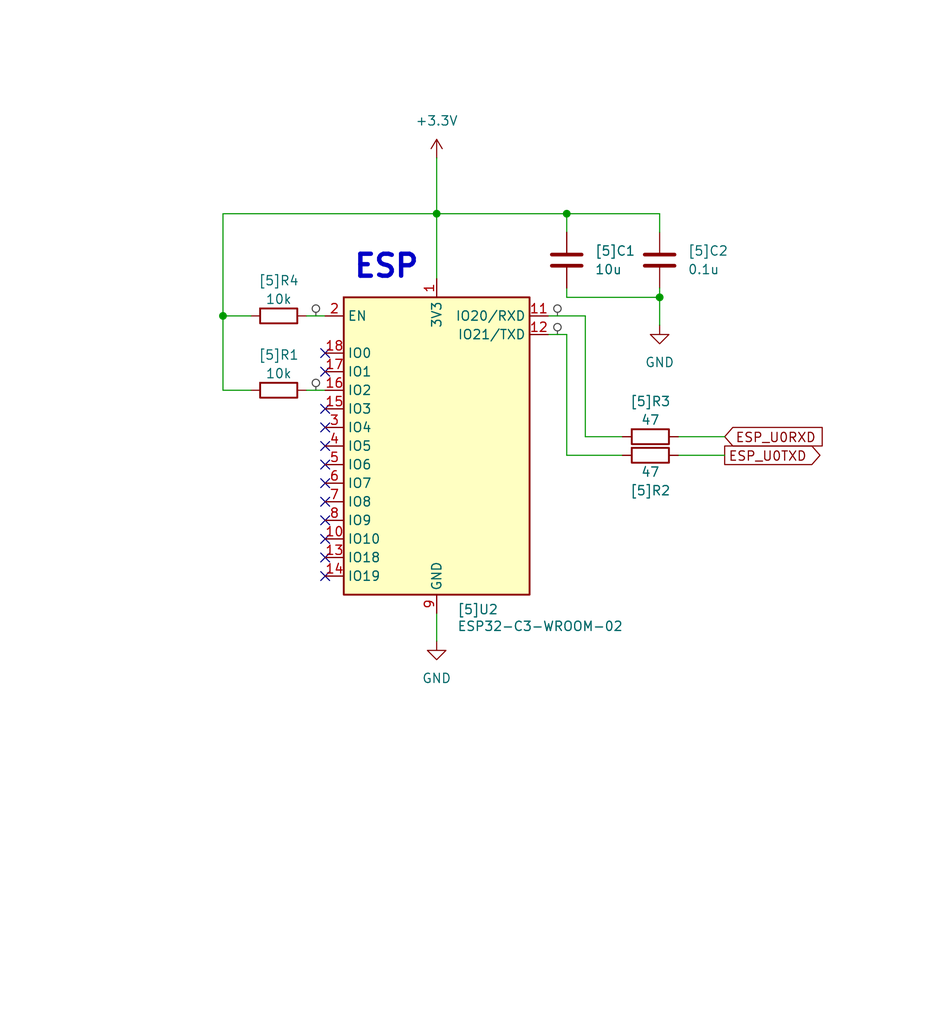
<source format=kicad_sch>
(kicad_sch
	(version 20250114)
	(generator "eeschema")
	(generator_version "9.0")
	(uuid "9df13933-be35-406e-bdab-7c881b9a7f2d")
	(paper "User" 130 140)
	(lib_symbols
		(symbol "Device:C"
			(pin_numbers
				(hide yes)
			)
			(pin_names
				(offset 0.254)
			)
			(exclude_from_sim no)
			(in_bom yes)
			(on_board yes)
			(property "Reference" "C"
				(at 0.635 2.54 0)
				(effects
					(font
						(size 1.27 1.27)
					)
					(justify left)
				)
			)
			(property "Value" "C"
				(at 0.635 -2.54 0)
				(effects
					(font
						(size 1.27 1.27)
					)
					(justify left)
				)
			)
			(property "Footprint" ""
				(at 0.9652 -3.81 0)
				(effects
					(font
						(size 1.27 1.27)
					)
					(hide yes)
				)
			)
			(property "Datasheet" "~"
				(at 0 0 0)
				(effects
					(font
						(size 1.27 1.27)
					)
					(hide yes)
				)
			)
			(property "Description" "Unpolarized capacitor"
				(at 0 0 0)
				(effects
					(font
						(size 1.27 1.27)
					)
					(hide yes)
				)
			)
			(property "ki_keywords" "cap capacitor"
				(at 0 0 0)
				(effects
					(font
						(size 1.27 1.27)
					)
					(hide yes)
				)
			)
			(property "ki_fp_filters" "C_*"
				(at 0 0 0)
				(effects
					(font
						(size 1.27 1.27)
					)
					(hide yes)
				)
			)
			(symbol "C_0_1"
				(polyline
					(pts
						(xy -2.032 0.762) (xy 2.032 0.762)
					)
					(stroke
						(width 0.508)
						(type default)
					)
					(fill
						(type none)
					)
				)
				(polyline
					(pts
						(xy -2.032 -0.762) (xy 2.032 -0.762)
					)
					(stroke
						(width 0.508)
						(type default)
					)
					(fill
						(type none)
					)
				)
			)
			(symbol "C_1_1"
				(pin passive line
					(at 0 3.81 270)
					(length 2.794)
					(name "~"
						(effects
							(font
								(size 1.27 1.27)
							)
						)
					)
					(number "1"
						(effects
							(font
								(size 1.27 1.27)
							)
						)
					)
				)
				(pin passive line
					(at 0 -3.81 90)
					(length 2.794)
					(name "~"
						(effects
							(font
								(size 1.27 1.27)
							)
						)
					)
					(number "2"
						(effects
							(font
								(size 1.27 1.27)
							)
						)
					)
				)
			)
			(embedded_fonts no)
		)
		(symbol "Device:R"
			(pin_numbers
				(hide yes)
			)
			(pin_names
				(offset 0)
			)
			(exclude_from_sim no)
			(in_bom yes)
			(on_board yes)
			(property "Reference" "R"
				(at 2.032 0 90)
				(effects
					(font
						(size 1.27 1.27)
					)
				)
			)
			(property "Value" "R"
				(at 0 0 90)
				(effects
					(font
						(size 1.27 1.27)
					)
				)
			)
			(property "Footprint" ""
				(at -1.778 0 90)
				(effects
					(font
						(size 1.27 1.27)
					)
					(hide yes)
				)
			)
			(property "Datasheet" "~"
				(at 0 0 0)
				(effects
					(font
						(size 1.27 1.27)
					)
					(hide yes)
				)
			)
			(property "Description" "Resistor"
				(at 0 0 0)
				(effects
					(font
						(size 1.27 1.27)
					)
					(hide yes)
				)
			)
			(property "ki_keywords" "R res resistor"
				(at 0 0 0)
				(effects
					(font
						(size 1.27 1.27)
					)
					(hide yes)
				)
			)
			(property "ki_fp_filters" "R_*"
				(at 0 0 0)
				(effects
					(font
						(size 1.27 1.27)
					)
					(hide yes)
				)
			)
			(symbol "R_0_1"
				(rectangle
					(start -1.016 -2.54)
					(end 1.016 2.54)
					(stroke
						(width 0.254)
						(type default)
					)
					(fill
						(type none)
					)
				)
			)
			(symbol "R_1_1"
				(pin passive line
					(at 0 3.81 270)
					(length 1.27)
					(name "~"
						(effects
							(font
								(size 1.27 1.27)
							)
						)
					)
					(number "1"
						(effects
							(font
								(size 1.27 1.27)
							)
						)
					)
				)
				(pin passive line
					(at 0 -3.81 90)
					(length 1.27)
					(name "~"
						(effects
							(font
								(size 1.27 1.27)
							)
						)
					)
					(number "2"
						(effects
							(font
								(size 1.27 1.27)
							)
						)
					)
				)
			)
			(embedded_fonts no)
		)
		(symbol "RF_Module:ESP32-C3-WROOM-02"
			(exclude_from_sim no)
			(in_bom yes)
			(on_board yes)
			(property "Reference" "U"
				(at -12.192 21.336 0)
				(effects
					(font
						(size 1.27 1.27)
					)
				)
			)
			(property "Value" "ESP32-C3-WROOM-02"
				(at 12.192 21.336 0)
				(effects
					(font
						(size 1.27 1.27)
					)
				)
			)
			(property "Footprint" "RF_Module:ESP32-C3-WROOM-02"
				(at 0 0.635 0)
				(effects
					(font
						(size 1.27 1.27)
					)
					(hide yes)
				)
			)
			(property "Datasheet" "https://www.espressif.com/sites/default/files/documentation/esp32-c3-wroom-02_datasheet_en.pdf"
				(at 0 0.635 0)
				(effects
					(font
						(size 1.27 1.27)
					)
					(hide yes)
				)
			)
			(property "Description" "802.11 b/g/n Wi­Fi and Bluetooth 5 module, ESP32­C3 SoC, RISC­V microprocessor, On-board antenna"
				(at 0 0.635 0)
				(effects
					(font
						(size 1.27 1.27)
					)
					(hide yes)
				)
			)
			(property "ki_keywords" "esp32 espressif WiFi Bluetooth LE"
				(at 0 0 0)
				(effects
					(font
						(size 1.27 1.27)
					)
					(hide yes)
				)
			)
			(property "ki_fp_filters" "ESP32?C3*WROOM?02*"
				(at 0 0 0)
				(effects
					(font
						(size 1.27 1.27)
					)
					(hide yes)
				)
			)
			(symbol "ESP32-C3-WROOM-02_1_1"
				(rectangle
					(start -12.7 20.32)
					(end 12.7 -20.32)
					(stroke
						(width 0.254)
						(type default)
					)
					(fill
						(type background)
					)
				)
				(pin input line
					(at -15.24 17.78 0)
					(length 2.54)
					(name "EN"
						(effects
							(font
								(size 1.27 1.27)
							)
						)
					)
					(number "2"
						(effects
							(font
								(size 1.27 1.27)
							)
						)
					)
				)
				(pin bidirectional line
					(at -15.24 12.7 0)
					(length 2.54)
					(name "IO0"
						(effects
							(font
								(size 1.27 1.27)
							)
						)
					)
					(number "18"
						(effects
							(font
								(size 1.27 1.27)
							)
						)
					)
				)
				(pin bidirectional line
					(at -15.24 10.16 0)
					(length 2.54)
					(name "IO1"
						(effects
							(font
								(size 1.27 1.27)
							)
						)
					)
					(number "17"
						(effects
							(font
								(size 1.27 1.27)
							)
						)
					)
				)
				(pin bidirectional line
					(at -15.24 7.62 0)
					(length 2.54)
					(name "IO2"
						(effects
							(font
								(size 1.27 1.27)
							)
						)
					)
					(number "16"
						(effects
							(font
								(size 1.27 1.27)
							)
						)
					)
				)
				(pin bidirectional line
					(at -15.24 5.08 0)
					(length 2.54)
					(name "IO3"
						(effects
							(font
								(size 1.27 1.27)
							)
						)
					)
					(number "15"
						(effects
							(font
								(size 1.27 1.27)
							)
						)
					)
				)
				(pin bidirectional line
					(at -15.24 2.54 0)
					(length 2.54)
					(name "IO4"
						(effects
							(font
								(size 1.27 1.27)
							)
						)
					)
					(number "3"
						(effects
							(font
								(size 1.27 1.27)
							)
						)
					)
				)
				(pin bidirectional line
					(at -15.24 0 0)
					(length 2.54)
					(name "IO5"
						(effects
							(font
								(size 1.27 1.27)
							)
						)
					)
					(number "4"
						(effects
							(font
								(size 1.27 1.27)
							)
						)
					)
				)
				(pin bidirectional line
					(at -15.24 -2.54 0)
					(length 2.54)
					(name "IO6"
						(effects
							(font
								(size 1.27 1.27)
							)
						)
					)
					(number "5"
						(effects
							(font
								(size 1.27 1.27)
							)
						)
					)
				)
				(pin bidirectional line
					(at -15.24 -5.08 0)
					(length 2.54)
					(name "IO7"
						(effects
							(font
								(size 1.27 1.27)
							)
						)
					)
					(number "6"
						(effects
							(font
								(size 1.27 1.27)
							)
						)
					)
				)
				(pin bidirectional line
					(at -15.24 -7.62 0)
					(length 2.54)
					(name "IO8"
						(effects
							(font
								(size 1.27 1.27)
							)
						)
					)
					(number "7"
						(effects
							(font
								(size 1.27 1.27)
							)
						)
					)
				)
				(pin bidirectional line
					(at -15.24 -10.16 0)
					(length 2.54)
					(name "IO9"
						(effects
							(font
								(size 1.27 1.27)
							)
						)
					)
					(number "8"
						(effects
							(font
								(size 1.27 1.27)
							)
						)
					)
				)
				(pin bidirectional line
					(at -15.24 -12.7 0)
					(length 2.54)
					(name "IO10"
						(effects
							(font
								(size 1.27 1.27)
							)
						)
					)
					(number "10"
						(effects
							(font
								(size 1.27 1.27)
							)
						)
					)
				)
				(pin bidirectional line
					(at -15.24 -15.24 0)
					(length 2.54)
					(name "IO18"
						(effects
							(font
								(size 1.27 1.27)
							)
						)
					)
					(number "13"
						(effects
							(font
								(size 1.27 1.27)
							)
						)
					)
				)
				(pin bidirectional line
					(at -15.24 -17.78 0)
					(length 2.54)
					(name "IO19"
						(effects
							(font
								(size 1.27 1.27)
							)
						)
					)
					(number "14"
						(effects
							(font
								(size 1.27 1.27)
							)
						)
					)
				)
				(pin power_in line
					(at 0 22.86 270)
					(length 2.54)
					(name "3V3"
						(effects
							(font
								(size 1.27 1.27)
							)
						)
					)
					(number "1"
						(effects
							(font
								(size 1.27 1.27)
							)
						)
					)
				)
				(pin passive line
					(at 0 -22.86 90)
					(length 2.54)
					(hide yes)
					(name "GND"
						(effects
							(font
								(size 1.27 1.27)
							)
						)
					)
					(number "19"
						(effects
							(font
								(size 1.27 1.27)
							)
						)
					)
				)
				(pin power_in line
					(at 0 -22.86 90)
					(length 2.54)
					(name "GND"
						(effects
							(font
								(size 1.27 1.27)
							)
						)
					)
					(number "9"
						(effects
							(font
								(size 1.27 1.27)
							)
						)
					)
				)
				(pin bidirectional line
					(at 15.24 17.78 180)
					(length 2.54)
					(name "IO20/RXD"
						(effects
							(font
								(size 1.27 1.27)
							)
						)
					)
					(number "11"
						(effects
							(font
								(size 1.27 1.27)
							)
						)
					)
				)
				(pin bidirectional line
					(at 15.24 15.24 180)
					(length 2.54)
					(name "IO21/TXD"
						(effects
							(font
								(size 1.27 1.27)
							)
						)
					)
					(number "12"
						(effects
							(font
								(size 1.27 1.27)
							)
						)
					)
				)
			)
			(embedded_fonts no)
		)
		(symbol "power:+3.3V"
			(power)
			(pin_numbers
				(hide yes)
			)
			(pin_names
				(offset 0)
				(hide yes)
			)
			(exclude_from_sim no)
			(in_bom yes)
			(on_board yes)
			(property "Reference" "#PWR"
				(at 0 -3.81 0)
				(effects
					(font
						(size 1.27 1.27)
					)
					(hide yes)
				)
			)
			(property "Value" "+3.3V"
				(at 0 3.556 0)
				(effects
					(font
						(size 1.27 1.27)
					)
				)
			)
			(property "Footprint" ""
				(at 0 0 0)
				(effects
					(font
						(size 1.27 1.27)
					)
					(hide yes)
				)
			)
			(property "Datasheet" ""
				(at 0 0 0)
				(effects
					(font
						(size 1.27 1.27)
					)
					(hide yes)
				)
			)
			(property "Description" "Power symbol creates a global label with name \"+3.3V\""
				(at 0 0 0)
				(effects
					(font
						(size 1.27 1.27)
					)
					(hide yes)
				)
			)
			(property "ki_keywords" "global power"
				(at 0 0 0)
				(effects
					(font
						(size 1.27 1.27)
					)
					(hide yes)
				)
			)
			(symbol "+3.3V_0_1"
				(polyline
					(pts
						(xy -0.762 1.27) (xy 0 2.54)
					)
					(stroke
						(width 0)
						(type default)
					)
					(fill
						(type none)
					)
				)
				(polyline
					(pts
						(xy 0 2.54) (xy 0.762 1.27)
					)
					(stroke
						(width 0)
						(type default)
					)
					(fill
						(type none)
					)
				)
				(polyline
					(pts
						(xy 0 0) (xy 0 2.54)
					)
					(stroke
						(width 0)
						(type default)
					)
					(fill
						(type none)
					)
				)
			)
			(symbol "+3.3V_1_1"
				(pin power_in line
					(at 0 0 90)
					(length 0)
					(name "~"
						(effects
							(font
								(size 1.27 1.27)
							)
						)
					)
					(number "1"
						(effects
							(font
								(size 1.27 1.27)
							)
						)
					)
				)
			)
			(embedded_fonts no)
		)
		(symbol "power:GND"
			(power)
			(pin_numbers
				(hide yes)
			)
			(pin_names
				(offset 0)
				(hide yes)
			)
			(exclude_from_sim no)
			(in_bom yes)
			(on_board yes)
			(property "Reference" "#PWR"
				(at 0 -6.35 0)
				(effects
					(font
						(size 1.27 1.27)
					)
					(hide yes)
				)
			)
			(property "Value" "GND"
				(at 0 -3.81 0)
				(effects
					(font
						(size 1.27 1.27)
					)
				)
			)
			(property "Footprint" ""
				(at 0 0 0)
				(effects
					(font
						(size 1.27 1.27)
					)
					(hide yes)
				)
			)
			(property "Datasheet" ""
				(at 0 0 0)
				(effects
					(font
						(size 1.27 1.27)
					)
					(hide yes)
				)
			)
			(property "Description" "Power symbol creates a global label with name \"GND\" , ground"
				(at 0 0 0)
				(effects
					(font
						(size 1.27 1.27)
					)
					(hide yes)
				)
			)
			(property "ki_keywords" "global power"
				(at 0 0 0)
				(effects
					(font
						(size 1.27 1.27)
					)
					(hide yes)
				)
			)
			(symbol "GND_0_1"
				(polyline
					(pts
						(xy 0 0) (xy 0 -1.27) (xy 1.27 -1.27) (xy 0 -2.54) (xy -1.27 -1.27) (xy 0 -1.27)
					)
					(stroke
						(width 0)
						(type default)
					)
					(fill
						(type none)
					)
				)
			)
			(symbol "GND_1_1"
				(pin power_in line
					(at 0 0 270)
					(length 0)
					(name "~"
						(effects
							(font
								(size 1.27 1.27)
							)
						)
					)
					(number "1"
						(effects
							(font
								(size 1.27 1.27)
							)
						)
					)
				)
			)
			(embedded_fonts no)
		)
	)
	(text "ESP"
		(exclude_from_sim no)
		(at 52.832 36.576 0)
		(effects
			(font
				(size 3 3)
				(thickness 0.6)
				(bold yes)
			)
		)
		(uuid "43f2f1a9-6f36-4019-af21-b6b62ca81196")
	)
	(junction
		(at 90.17 40.64)
		(diameter 0)
		(color 0 0 0 0)
		(uuid "23a240c5-bd72-4459-aed4-5da4cda8625b")
	)
	(junction
		(at 30.48 43.18)
		(diameter 0)
		(color 0 0 0 0)
		(uuid "36eddbb1-8468-41fa-88b6-2d401c026d41")
	)
	(junction
		(at 77.47 29.21)
		(diameter 0)
		(color 0 0 0 0)
		(uuid "cdd7ae9d-427c-4b5b-bec7-ade0130cbe6d")
	)
	(junction
		(at 59.69 29.21)
		(diameter 0)
		(color 0 0 0 0)
		(uuid "d849704a-c421-4830-aae9-a2762a1a6ee0")
	)
	(no_connect
		(at 44.45 63.5)
		(uuid "1fc22245-63bc-49bd-8652-7ffdb6241035")
	)
	(no_connect
		(at 44.45 60.96)
		(uuid "277b8fd5-e4e3-436d-83ad-86c189eaabf1")
	)
	(no_connect
		(at 44.45 66.04)
		(uuid "35d58833-6361-4b72-bdf8-ecf801013ec5")
	)
	(no_connect
		(at 44.45 55.88)
		(uuid "41f3cb40-7bff-4222-af56-4c11f39af2e2")
	)
	(no_connect
		(at 44.45 71.12)
		(uuid "4601b591-9175-42cc-b72f-7196818462aa")
	)
	(no_connect
		(at 44.45 73.66)
		(uuid "648dbb59-3b82-4bfc-8fb6-bcd515700432")
	)
	(no_connect
		(at 44.45 58.42)
		(uuid "6e25f6c1-430b-4e87-8296-cf3ea3d7298a")
	)
	(no_connect
		(at 44.45 78.74)
		(uuid "853be04a-bfea-4781-82d8-0e341e91ca84")
	)
	(no_connect
		(at 44.45 76.2)
		(uuid "98fd736b-f339-4845-a603-b58d1eea20b9")
	)
	(no_connect
		(at 44.45 68.58)
		(uuid "c5e83812-6892-4f9e-8051-ec4da58599a5")
	)
	(no_connect
		(at 44.45 50.8)
		(uuid "cc443e5e-d558-4320-afb2-61008af42bbe")
	)
	(no_connect
		(at 44.45 48.26)
		(uuid "f79c89f6-dd31-4b71-8c7f-01d5b1a4ca6f")
	)
	(wire
		(pts
			(xy 77.47 40.64) (xy 90.17 40.64)
		)
		(stroke
			(width 0)
			(type default)
		)
		(uuid "003c5aee-fc98-436f-8f3a-8550b8e97fe4")
	)
	(wire
		(pts
			(xy 99.06 62.23) (xy 92.71 62.23)
		)
		(stroke
			(width 0)
			(type default)
		)
		(uuid "1fe4fc19-691b-4db6-8ce3-fc49a8b9bfd0")
	)
	(wire
		(pts
			(xy 80.01 59.69) (xy 80.01 43.18)
		)
		(stroke
			(width 0)
			(type default)
		)
		(uuid "2e8fd04c-78d1-40d7-a67c-61ab2f0fb9e7")
	)
	(wire
		(pts
			(xy 77.47 62.23) (xy 85.09 62.23)
		)
		(stroke
			(width 0)
			(type default)
		)
		(uuid "3407ea14-b40b-4d8c-a298-d92412ea061b")
	)
	(wire
		(pts
			(xy 30.48 29.21) (xy 30.48 43.18)
		)
		(stroke
			(width 0)
			(type default)
		)
		(uuid "394ea2dc-bd42-4a70-9357-c48bb45a304b")
	)
	(wire
		(pts
			(xy 90.17 39.37) (xy 90.17 40.64)
		)
		(stroke
			(width 0)
			(type default)
		)
		(uuid "446386ed-4e38-4fec-91d7-69160e1dcbde")
	)
	(wire
		(pts
			(xy 30.48 43.18) (xy 34.29 43.18)
		)
		(stroke
			(width 0)
			(type default)
		)
		(uuid "5b6b0a56-b61e-45a7-a4b9-ab2e361c867f")
	)
	(wire
		(pts
			(xy 30.48 43.18) (xy 30.48 53.34)
		)
		(stroke
			(width 0)
			(type default)
		)
		(uuid "6672e2bb-a14f-4b9f-a6c6-a09794b35fde")
	)
	(wire
		(pts
			(xy 77.47 29.21) (xy 90.17 29.21)
		)
		(stroke
			(width 0)
			(type default)
		)
		(uuid "6699a3a8-59a2-45c0-b314-11a93e4f17e1")
	)
	(wire
		(pts
			(xy 41.91 43.18) (xy 44.45 43.18)
		)
		(stroke
			(width 0)
			(type default)
		)
		(uuid "6908625d-aa87-4a1f-afa2-4ab545852fdf")
	)
	(wire
		(pts
			(xy 90.17 40.64) (xy 90.17 44.45)
		)
		(stroke
			(width 0)
			(type default)
		)
		(uuid "6e287cbd-7ab0-4a77-b299-ed1c32097fcf")
	)
	(wire
		(pts
			(xy 90.17 29.21) (xy 90.17 31.75)
		)
		(stroke
			(width 0)
			(type default)
		)
		(uuid "7fd61a57-08c4-4cb2-86ad-be852fe609e1")
	)
	(wire
		(pts
			(xy 99.06 59.69) (xy 92.71 59.69)
		)
		(stroke
			(width 0)
			(type default)
		)
		(uuid "8f967c46-0cfa-4412-8df9-264703b919d5")
	)
	(wire
		(pts
			(xy 59.69 29.21) (xy 77.47 29.21)
		)
		(stroke
			(width 0)
			(type default)
		)
		(uuid "9f900515-afbf-4b01-8131-20265c70fab0")
	)
	(wire
		(pts
			(xy 80.01 59.69) (xy 85.09 59.69)
		)
		(stroke
			(width 0)
			(type default)
		)
		(uuid "a7275eb5-7937-4cc1-a1ae-c5529cfdc3f0")
	)
	(wire
		(pts
			(xy 59.69 21.59) (xy 59.69 29.21)
		)
		(stroke
			(width 0)
			(type default)
		)
		(uuid "b5c11fb0-6f6a-461e-9ed8-874d2801bd58")
	)
	(wire
		(pts
			(xy 77.47 62.23) (xy 77.47 45.72)
		)
		(stroke
			(width 0)
			(type default)
		)
		(uuid "b7c7d2d7-561e-4908-9e64-be6237526b51")
	)
	(wire
		(pts
			(xy 77.47 45.72) (xy 74.93 45.72)
		)
		(stroke
			(width 0)
			(type default)
		)
		(uuid "b8d60f56-6e80-4f36-b727-dc602c32e2a7")
	)
	(wire
		(pts
			(xy 59.69 29.21) (xy 59.69 38.1)
		)
		(stroke
			(width 0)
			(type default)
		)
		(uuid "c8660482-eaae-4df9-8186-05c8c98e1c28")
	)
	(wire
		(pts
			(xy 30.48 53.34) (xy 34.29 53.34)
		)
		(stroke
			(width 0)
			(type default)
		)
		(uuid "d2526be2-03ed-4c28-a369-1f8444bcbd44")
	)
	(wire
		(pts
			(xy 80.01 43.18) (xy 74.93 43.18)
		)
		(stroke
			(width 0)
			(type default)
		)
		(uuid "eecb7b6b-721b-4df2-98a0-780ebae88065")
	)
	(wire
		(pts
			(xy 59.69 29.21) (xy 30.48 29.21)
		)
		(stroke
			(width 0)
			(type default)
		)
		(uuid "f146f4b4-d40f-435a-858e-01886e61edf2")
	)
	(wire
		(pts
			(xy 41.91 53.34) (xy 44.45 53.34)
		)
		(stroke
			(width 0)
			(type default)
		)
		(uuid "f19d3397-545f-4b69-8c67-ba292294b00e")
	)
	(wire
		(pts
			(xy 59.69 83.82) (xy 59.69 87.63)
		)
		(stroke
			(width 0)
			(type default)
		)
		(uuid "f37f2642-4be9-4c68-b287-52162a506190")
	)
	(wire
		(pts
			(xy 77.47 29.21) (xy 77.47 31.75)
		)
		(stroke
			(width 0)
			(type default)
		)
		(uuid "f508c192-84d0-42ae-892a-bbe866144756")
	)
	(wire
		(pts
			(xy 77.47 39.37) (xy 77.47 40.64)
		)
		(stroke
			(width 0)
			(type default)
		)
		(uuid "f5822387-13bc-4f02-8770-c027b6954ef6")
	)
	(global_label "ESP_U0TXD"
		(shape output)
		(at 99.06 62.23 0)
		(fields_autoplaced yes)
		(effects
			(font
				(size 1.27 1.27)
				(thickness 0.1588)
			)
			(justify left)
		)
		(uuid "61e5f915-c43a-4a10-8553-a9a69eeb9fcc")
		(property "Intersheetrefs" "${INTERSHEET_REFS}"
			(at 112.6284 62.23 0)
			(effects
				(font
					(size 1.27 1.27)
				)
				(justify left)
				(hide yes)
			)
		)
	)
	(global_label "ESP_U0RXD"
		(shape input)
		(at 99.06 59.69 0)
		(fields_autoplaced yes)
		(effects
			(font
				(size 1.27 1.27)
				(thickness 0.1588)
			)
			(justify left)
		)
		(uuid "ea445b14-9fd7-4118-829a-638495f81be7")
		(property "Intersheetrefs" "${INTERSHEET_REFS}"
			(at 112.9308 59.69 0)
			(effects
				(font
					(size 1.27 1.27)
				)
				(justify left)
				(hide yes)
			)
		)
	)
	(netclass_flag ""
		(length 1)
		(shape round)
		(at 76.2 43.18 0)
		(fields_autoplaced yes)
		(effects
			(font
				(size 1.27 1.27)
			)
			(justify left bottom)
		)
		(uuid "9dbbb3e3-2588-4d8c-b631-6080d92ce23e")
		(property "Netclass" "Signal"
			(at 76.8985 42.18 0)
			(effects
				(font
					(size 1.27 1.27)
				)
				(justify left)
				(hide yes)
			)
		)
		(property "Component Class" ""
			(at -83.82 -29.21 0)
			(effects
				(font
					(size 1.27 1.27)
					(italic yes)
				)
			)
		)
	)
	(netclass_flag ""
		(length 1)
		(shape round)
		(at 76.2 45.72 0)
		(fields_autoplaced yes)
		(effects
			(font
				(size 1.27 1.27)
			)
			(justify left bottom)
		)
		(uuid "a98b0542-3e46-4076-b470-dbb8c7a1e0e2")
		(property "Netclass" "Signal"
			(at 76.8985 44.72 0)
			(effects
				(font
					(size 1.27 1.27)
				)
				(justify left)
				(hide yes)
			)
		)
		(property "Component Class" ""
			(at -83.82 -29.21 0)
			(effects
				(font
					(size 1.27 1.27)
					(italic yes)
				)
			)
		)
	)
	(netclass_flag ""
		(length 1)
		(shape round)
		(at 43.18 53.34 0)
		(fields_autoplaced yes)
		(effects
			(font
				(size 1.27 1.27)
			)
			(justify left bottom)
		)
		(uuid "b3ce98dc-76c7-4687-8144-7e08ca95d4f1")
		(property "Netclass" "Signal"
			(at 43.8785 52.34 0)
			(effects
				(font
					(size 1.27 1.27)
				)
				(justify left)
				(hide yes)
			)
		)
		(property "Component Class" ""
			(at -87.63 -29.21 0)
			(effects
				(font
					(size 1.27 1.27)
					(italic yes)
				)
			)
		)
	)
	(netclass_flag ""
		(length 1)
		(shape round)
		(at 43.18 43.18 0)
		(fields_autoplaced yes)
		(effects
			(font
				(size 1.27 1.27)
			)
			(justify left bottom)
		)
		(uuid "d90efc4e-a387-47c0-93f0-63a8f24cdf0e")
		(property "Netclass" "Signal"
			(at 43.8785 42.18 0)
			(effects
				(font
					(size 1.27 1.27)
				)
				(justify left)
				(hide yes)
			)
		)
		(property "Component Class" ""
			(at -83.82 -29.21 0)
			(effects
				(font
					(size 1.27 1.27)
					(italic yes)
				)
			)
		)
	)
	(symbol
		(lib_id "Device:R")
		(at 38.1 53.34 90)
		(unit 1)
		(exclude_from_sim no)
		(in_bom no)
		(on_board yes)
		(dnp no)
		(uuid "29019157-d24c-442c-82c3-97a80b806689")
		(property "Reference" "[5]R1"
			(at 38.1 48.514 90)
			(effects
				(font
					(size 1.27 1.27)
				)
			)
		)
		(property "Value" "10k"
			(at 38.1 51.054 90)
			(effects
				(font
					(size 1.27 1.27)
				)
			)
		)
		(property "Footprint" "Resistor_SMD:R_0201_0603Metric"
			(at 38.1 55.118 90)
			(effects
				(font
					(size 1.27 1.27)
				)
				(hide yes)
			)
		)
		(property "Datasheet" "~"
			(at 38.1 53.34 0)
			(effects
				(font
					(size 1.27 1.27)
				)
				(hide yes)
			)
		)
		(property "Description" "Resistor"
			(at 38.1 53.34 0)
			(effects
				(font
					(size 1.27 1.27)
				)
				(hide yes)
			)
		)
		(property "Distributor Link" "https://uk.farnell.com/yageo/rc0201fr-0710kl/res-10k-1-0-05w-0201-thick-film/dp/1857008?gross_price=true"
			(at 38.1 53.34 90)
			(effects
				(font
					(size 1.27 1.27)
				)
				(hide yes)
			)
		)
		(property "Manufacturer" "Yageo"
			(at 38.1 53.34 90)
			(effects
				(font
					(size 1.27 1.27)
				)
				(hide yes)
			)
		)
		(property "Manufacturer Part Number" "RC0201FR-0710KL"
			(at 38.1 53.34 90)
			(effects
				(font
					(size 1.27 1.27)
				)
				(hide yes)
			)
		)
		(pin "2"
			(uuid "66bdefff-7a3c-4138-a93f-9470f4889acc")
		)
		(pin "1"
			(uuid "84dd5588-416e-4150-94e0-1ae2fcdbca0f")
		)
		(instances
			(project ""
				(path "/c3097aea-784a-464f-8e6d-2c357f7de5a4/41ea77ad-01ad-4b09-8c8a-e0e6020f3600"
					(reference "[5]R1")
					(unit 1)
				)
			)
		)
	)
	(symbol
		(lib_id "Device:R")
		(at 38.1 43.18 90)
		(unit 1)
		(exclude_from_sim no)
		(in_bom no)
		(on_board yes)
		(dnp no)
		(uuid "57e20e5f-46cc-49d2-9d93-52f12108aa9b")
		(property "Reference" "[5]R4"
			(at 38.1 38.354 90)
			(effects
				(font
					(size 1.27 1.27)
				)
			)
		)
		(property "Value" "10k"
			(at 38.1 40.894 90)
			(effects
				(font
					(size 1.27 1.27)
				)
			)
		)
		(property "Footprint" "Resistor_SMD:R_0201_0603Metric"
			(at 38.1 44.958 90)
			(effects
				(font
					(size 1.27 1.27)
				)
				(hide yes)
			)
		)
		(property "Datasheet" "~"
			(at 38.1 43.18 0)
			(effects
				(font
					(size 1.27 1.27)
				)
				(hide yes)
			)
		)
		(property "Description" "Resistor"
			(at 38.1 43.18 0)
			(effects
				(font
					(size 1.27 1.27)
				)
				(hide yes)
			)
		)
		(property "Distributor Link" "https://uk.farnell.com/yageo/rc0201fr-0710kl/res-10k-1-0-05w-0201-thick-film/dp/1857008?gross_price=true"
			(at 38.1 43.18 90)
			(effects
				(font
					(size 1.27 1.27)
				)
				(hide yes)
			)
		)
		(property "Manufacturer" "Yageo"
			(at 38.1 43.18 90)
			(effects
				(font
					(size 1.27 1.27)
				)
				(hide yes)
			)
		)
		(property "Manufacturer Part Number" "RC0201FR-0710KL"
			(at 38.1 43.18 90)
			(effects
				(font
					(size 1.27 1.27)
				)
				(hide yes)
			)
		)
		(pin "2"
			(uuid "dd1b2006-8487-4b06-b035-98e87fc8f378")
		)
		(pin "1"
			(uuid "cd500730-9875-4177-9145-878ab0b43782")
		)
		(instances
			(project "Position and Motion Monitor"
				(path "/c3097aea-784a-464f-8e6d-2c357f7de5a4/41ea77ad-01ad-4b09-8c8a-e0e6020f3600"
					(reference "[5]R4")
					(unit 1)
				)
			)
		)
	)
	(symbol
		(lib_id "power:GND")
		(at 90.17 44.45 0)
		(unit 1)
		(exclude_from_sim no)
		(in_bom yes)
		(on_board yes)
		(dnp no)
		(fields_autoplaced yes)
		(uuid "5de325b7-c4d8-4727-9667-0ffcf834856a")
		(property "Reference" "#PWR032"
			(at 90.17 50.8 0)
			(effects
				(font
					(size 1.27 1.27)
				)
				(hide yes)
			)
		)
		(property "Value" "GND"
			(at 90.17 49.53 0)
			(effects
				(font
					(size 1.27 1.27)
				)
			)
		)
		(property "Footprint" ""
			(at 90.17 44.45 0)
			(effects
				(font
					(size 1.27 1.27)
				)
				(hide yes)
			)
		)
		(property "Datasheet" ""
			(at 90.17 44.45 0)
			(effects
				(font
					(size 1.27 1.27)
				)
				(hide yes)
			)
		)
		(property "Description" "Power symbol creates a global label with name \"GND\" , ground"
			(at 90.17 44.45 0)
			(effects
				(font
					(size 1.27 1.27)
				)
				(hide yes)
			)
		)
		(pin "1"
			(uuid "a0746491-a98d-4a9a-a4eb-264525af3972")
		)
		(instances
			(project ""
				(path "/c3097aea-784a-464f-8e6d-2c357f7de5a4/41ea77ad-01ad-4b09-8c8a-e0e6020f3600"
					(reference "#PWR032")
					(unit 1)
				)
			)
		)
	)
	(symbol
		(lib_id "power:GND")
		(at 59.69 87.63 0)
		(unit 1)
		(exclude_from_sim no)
		(in_bom yes)
		(on_board yes)
		(dnp no)
		(fields_autoplaced yes)
		(uuid "92da67ea-d815-468d-a3c7-086393cd8818")
		(property "Reference" "#PWR031"
			(at 59.69 93.98 0)
			(effects
				(font
					(size 1.27 1.27)
				)
				(hide yes)
			)
		)
		(property "Value" "GND"
			(at 59.69 92.71 0)
			(effects
				(font
					(size 1.27 1.27)
				)
			)
		)
		(property "Footprint" ""
			(at 59.69 87.63 0)
			(effects
				(font
					(size 1.27 1.27)
				)
				(hide yes)
			)
		)
		(property "Datasheet" ""
			(at 59.69 87.63 0)
			(effects
				(font
					(size 1.27 1.27)
				)
				(hide yes)
			)
		)
		(property "Description" "Power symbol creates a global label with name \"GND\" , ground"
			(at 59.69 87.63 0)
			(effects
				(font
					(size 1.27 1.27)
				)
				(hide yes)
			)
		)
		(pin "1"
			(uuid "0c1d16f7-8aff-4a95-8fb1-9d84c26f179b")
		)
		(instances
			(project ""
				(path "/c3097aea-784a-464f-8e6d-2c357f7de5a4/41ea77ad-01ad-4b09-8c8a-e0e6020f3600"
					(reference "#PWR031")
					(unit 1)
				)
			)
		)
	)
	(symbol
		(lib_id "RF_Module:ESP32-C3-WROOM-02")
		(at 59.69 60.96 0)
		(unit 1)
		(exclude_from_sim no)
		(in_bom yes)
		(on_board yes)
		(dnp no)
		(uuid "934dc41d-4227-4b8b-9d01-261af1b09323")
		(property "Reference" "[5]U2"
			(at 62.484 83.312 0)
			(effects
				(font
					(size 1.27 1.27)
				)
				(justify left)
			)
		)
		(property "Value" "ESP32-C3-WROOM-02"
			(at 62.484 85.598 0)
			(effects
				(font
					(size 1.27 1.27)
				)
				(justify left)
			)
		)
		(property "Footprint" "RF_Module:ESP32-C3-WROOM-02"
			(at 59.69 60.325 0)
			(effects
				(font
					(size 1.27 1.27)
				)
				(hide yes)
			)
		)
		(property "Datasheet" "https://www.espressif.com/sites/default/files/documentation/esp32-c3-wroom-02_datasheet_en.pdf"
			(at 59.69 60.325 0)
			(effects
				(font
					(size 1.27 1.27)
				)
				(hide yes)
			)
		)
		(property "Description" "802.11 b/g/n Wi­Fi and Bluetooth 5 module, ESP32­C3 SoC, RISC­V microprocessor, On-board antenna"
			(at 59.69 60.325 0)
			(effects
				(font
					(size 1.27 1.27)
				)
				(hide yes)
			)
		)
		(property "Distributor Link" "https://www.mouser.co.uk/ProductDetail/Espressif-Systems/ESP32-C3-WROOM-02-N4?qs=stqOd1AaK7%2FqjTZKEOgfUg%3D%3D&srsltid=AfmBOooL7SoDrZjwaLqVBy6N7dIBlR8vd3lGzzQmrIzM3OVDjCdvB_lE&utm_source=chatgpt.com"
			(at 59.69 60.96 0)
			(effects
				(font
					(size 1.27 1.27)
				)
				(hide yes)
			)
		)
		(property "Manufacturer" "Espressif Systems"
			(at 59.69 60.96 0)
			(effects
				(font
					(size 1.27 1.27)
				)
				(hide yes)
			)
		)
		(property "Manufacturer Part Number" "ESP32-C3-WROOM-02-N4"
			(at 59.69 60.96 0)
			(effects
				(font
					(size 1.27 1.27)
				)
				(hide yes)
			)
		)
		(pin "2"
			(uuid "79a1b264-1b73-44e1-b7d0-47c243d87d95")
		)
		(pin "6"
			(uuid "3bafefc7-f12e-4a68-9079-9fbd2932663c")
		)
		(pin "18"
			(uuid "fd01ec13-a9c9-430a-bbff-7a07eba24230")
		)
		(pin "16"
			(uuid "dd43ac90-d133-4189-9971-540d13280909")
		)
		(pin "3"
			(uuid "ee4a0da8-6f63-4e7e-8899-2d3d3ec93ce8")
		)
		(pin "4"
			(uuid "a402fc7c-61db-4c81-a7e3-7a91181a5519")
		)
		(pin "5"
			(uuid "458ac54e-26ca-48fc-8e6d-843c6fd52310")
		)
		(pin "15"
			(uuid "84e67447-fd96-4531-af14-1601bc0f1fa0")
		)
		(pin "17"
			(uuid "8ad46999-d2c5-4822-80be-937b09ea4bea")
		)
		(pin "7"
			(uuid "05b69f41-a669-4724-8a49-9ff05e5b0d30")
		)
		(pin "9"
			(uuid "83145e4c-f2c4-4679-813c-385b6b70c20b")
		)
		(pin "8"
			(uuid "91df96d8-e66e-4f72-8da5-a80e3b5d2b98")
		)
		(pin "13"
			(uuid "6705ce2f-f4e1-415c-bd29-daeeaeda1b34")
		)
		(pin "14"
			(uuid "136be704-1153-45d8-828f-67aabf264374")
		)
		(pin "12"
			(uuid "048064bc-0adf-4408-9cb1-6dca8c38302e")
		)
		(pin "11"
			(uuid "f500fe8a-c1a9-470d-929e-154310599933")
		)
		(pin "1"
			(uuid "5a32dfa1-9a7b-4b9e-9708-ce6fed835dc4")
		)
		(pin "19"
			(uuid "e4a3c20a-2f81-43d4-952b-12fc1c0e32d5")
		)
		(pin "10"
			(uuid "ed180112-bdac-426b-9a75-50a611cdc70c")
		)
		(instances
			(project ""
				(path "/c3097aea-784a-464f-8e6d-2c357f7de5a4/41ea77ad-01ad-4b09-8c8a-e0e6020f3600"
					(reference "[5]U2")
					(unit 1)
				)
			)
		)
	)
	(symbol
		(lib_id "Device:C")
		(at 90.17 35.56 0)
		(unit 1)
		(exclude_from_sim no)
		(in_bom no)
		(on_board yes)
		(dnp no)
		(fields_autoplaced yes)
		(uuid "94cb08a0-c17b-438e-a77a-4984eb30c754")
		(property "Reference" "[5]C2"
			(at 93.98 34.2899 0)
			(effects
				(font
					(size 1.27 1.27)
				)
				(justify left)
			)
		)
		(property "Value" "0.1u"
			(at 93.98 36.8299 0)
			(effects
				(font
					(size 1.27 1.27)
				)
				(justify left)
			)
		)
		(property "Footprint" "Capacitor_SMD:C_0201_0603Metric"
			(at 91.1352 39.37 0)
			(effects
				(font
					(size 1.27 1.27)
				)
				(hide yes)
			)
		)
		(property "Datasheet" "~"
			(at 90.17 35.56 0)
			(effects
				(font
					(size 1.27 1.27)
				)
				(hide yes)
			)
		)
		(property "Description" "Unpolarized capacitor"
			(at 90.17 35.56 0)
			(effects
				(font
					(size 1.27 1.27)
				)
				(hide yes)
			)
		)
		(property "Distributor Link" "https://cpc.farnell.com/kyocera-avx/06031c104kat2a/cap-0-1-f-100v-10-x7r-0603/dp/CA09380#:~:text=Product%20Information%20Capacitance:%200.1%C2%B5F%20Voltage(DC):%20100V%20Capacitor,Capacitance%20Tolerance:%20%C2%B1%2010%25%20Dielectric%20Characteristic:%20X7R"
			(at 90.17 35.56 0)
			(effects
				(font
					(size 1.27 1.27)
				)
				(hide yes)
			)
		)
		(property "Manufacturer" "KYOCERA AVX"
			(at 90.17 35.56 0)
			(effects
				(font
					(size 1.27 1.27)
				)
				(hide yes)
			)
		)
		(property "Manufacturer Part Number" "06031C104KAT2A"
			(at 90.17 35.56 0)
			(effects
				(font
					(size 1.27 1.27)
				)
				(hide yes)
			)
		)
		(pin "2"
			(uuid "d3f2e799-902f-4f25-8c47-b5fdd5e90a66")
		)
		(pin "1"
			(uuid "62d53ec0-ae29-4355-8f17-baefefc32d27")
		)
		(instances
			(project "Position and Motion Monitor"
				(path "/c3097aea-784a-464f-8e6d-2c357f7de5a4/41ea77ad-01ad-4b09-8c8a-e0e6020f3600"
					(reference "[5]C2")
					(unit 1)
				)
			)
		)
	)
	(symbol
		(lib_id "Device:R")
		(at 88.9 62.23 270)
		(unit 1)
		(exclude_from_sim no)
		(in_bom no)
		(on_board yes)
		(dnp no)
		(uuid "acf55830-7a62-4951-a7b8-4173de96a283")
		(property "Reference" "[5]R2"
			(at 88.9 67.056 90)
			(effects
				(font
					(size 1.27 1.27)
				)
			)
		)
		(property "Value" "47"
			(at 88.9 64.516 90)
			(effects
				(font
					(size 1.27 1.27)
				)
			)
		)
		(property "Footprint" "Resistor_SMD:R_0201_0603Metric"
			(at 88.9 60.452 90)
			(effects
				(font
					(size 1.27 1.27)
				)
				(hide yes)
			)
		)
		(property "Datasheet" "~"
			(at 88.9 62.23 0)
			(effects
				(font
					(size 1.27 1.27)
				)
				(hide yes)
			)
		)
		(property "Description" "Resistor"
			(at 88.9 62.23 0)
			(effects
				(font
					(size 1.27 1.27)
				)
				(hide yes)
			)
		)
		(property "Distributor Link" "https://www.digikey.co.uk/en/products/detail/yageo/RC0201FR-0747RL/5281558"
			(at 88.9 62.23 90)
			(effects
				(font
					(size 1.27 1.27)
				)
				(hide yes)
			)
		)
		(property "Manufacturer" "Yageo"
			(at 88.9 62.23 90)
			(effects
				(font
					(size 1.27 1.27)
				)
				(hide yes)
			)
		)
		(property "Manufacturer Part Number" "RC0201FR-0747RL"
			(at 88.9 62.23 90)
			(effects
				(font
					(size 1.27 1.27)
				)
				(hide yes)
			)
		)
		(pin "2"
			(uuid "5e415400-2812-4d7f-98b7-dfd4e87dd401")
		)
		(pin "1"
			(uuid "8a365324-d981-4b56-ab26-51e5173f82ea")
		)
		(instances
			(project "Position and Motion Monitor"
				(path "/c3097aea-784a-464f-8e6d-2c357f7de5a4/41ea77ad-01ad-4b09-8c8a-e0e6020f3600"
					(reference "[5]R2")
					(unit 1)
				)
			)
		)
	)
	(symbol
		(lib_id "Device:R")
		(at 88.9 59.69 90)
		(unit 1)
		(exclude_from_sim no)
		(in_bom no)
		(on_board yes)
		(dnp no)
		(uuid "c6e53fbc-3148-493e-9ec1-44934ee9a7b8")
		(property "Reference" "[5]R3"
			(at 88.9 54.864 90)
			(effects
				(font
					(size 1.27 1.27)
				)
			)
		)
		(property "Value" "47"
			(at 88.9 57.404 90)
			(effects
				(font
					(size 1.27 1.27)
				)
			)
		)
		(property "Footprint" "Resistor_SMD:R_0201_0603Metric"
			(at 88.9 61.468 90)
			(effects
				(font
					(size 1.27 1.27)
				)
				(hide yes)
			)
		)
		(property "Datasheet" "~"
			(at 88.9 59.69 0)
			(effects
				(font
					(size 1.27 1.27)
				)
				(hide yes)
			)
		)
		(property "Description" "Resistor"
			(at 88.9 59.69 0)
			(effects
				(font
					(size 1.27 1.27)
				)
				(hide yes)
			)
		)
		(property "Distributor Link" "https://www.digikey.co.uk/en/products/detail/yageo/RC0201FR-0747RL/5281558"
			(at 88.9 59.69 90)
			(effects
				(font
					(size 1.27 1.27)
				)
				(hide yes)
			)
		)
		(property "Manufacturer" "Yageo"
			(at 88.9 59.69 90)
			(effects
				(font
					(size 1.27 1.27)
				)
				(hide yes)
			)
		)
		(property "Manufacturer Part Number" "RC0201FR-0747RL"
			(at 88.9 59.69 90)
			(effects
				(font
					(size 1.27 1.27)
				)
				(hide yes)
			)
		)
		(pin "2"
			(uuid "ba9a2130-daf0-49a9-bd1c-334a9645a608")
		)
		(pin "1"
			(uuid "6cf0b1c4-3681-4578-891e-b6e868990e2b")
		)
		(instances
			(project "Position and Motion Monitor"
				(path "/c3097aea-784a-464f-8e6d-2c357f7de5a4/41ea77ad-01ad-4b09-8c8a-e0e6020f3600"
					(reference "[5]R3")
					(unit 1)
				)
			)
		)
	)
	(symbol
		(lib_id "Device:C")
		(at 77.47 35.56 0)
		(unit 1)
		(exclude_from_sim no)
		(in_bom no)
		(on_board yes)
		(dnp no)
		(uuid "ddf5de19-1741-43ba-ad13-7c3bd8b54c5e")
		(property "Reference" "[5]C1"
			(at 81.28 34.2899 0)
			(effects
				(font
					(size 1.27 1.27)
				)
				(justify left)
			)
		)
		(property "Value" "10u"
			(at 81.28 36.8299 0)
			(effects
				(font
					(size 1.27 1.27)
				)
				(justify left)
			)
		)
		(property "Footprint" "Capacitor_SMD:C_0201_0603Metric"
			(at 78.4352 39.37 0)
			(effects
				(font
					(size 1.27 1.27)
				)
				(hide yes)
			)
		)
		(property "Datasheet" "~"
			(at 77.47 35.56 0)
			(effects
				(font
					(size 1.27 1.27)
				)
				(hide yes)
			)
		)
		(property "Description" "Unpolarized capacitor"
			(at 77.47 35.56 0)
			(effects
				(font
					(size 1.27 1.27)
				)
				(hide yes)
			)
		)
		(property "Distributor Link" "https://cpc.farnell.com/murata/zrb18ar61e106me01l/cap-10-f-25v-20-x5r-0603/dp/CA10324?st=0.53%20ceramic%20capacitor"
			(at 77.47 35.56 0)
			(effects
				(font
					(size 1.27 1.27)
				)
				(hide yes)
			)
		)
		(property "Manufacturer" "MURATA"
			(at 77.47 35.56 0)
			(effects
				(font
					(size 1.27 1.27)
				)
				(hide yes)
			)
		)
		(property "Manufacturer Part Number" "ZRB18AR61E106ME01L"
			(at 77.47 35.56 0)
			(effects
				(font
					(size 1.27 1.27)
				)
				(hide yes)
			)
		)
		(pin "2"
			(uuid "ec2b942d-dc96-4da4-a9fa-c6dfcf6b36e9")
		)
		(pin "1"
			(uuid "aefe64fb-9e75-4821-acc1-59829c1d703d")
		)
		(instances
			(project ""
				(path "/c3097aea-784a-464f-8e6d-2c357f7de5a4/41ea77ad-01ad-4b09-8c8a-e0e6020f3600"
					(reference "[5]C1")
					(unit 1)
				)
			)
		)
	)
	(symbol
		(lib_id "power:+3.3V")
		(at 59.69 21.59 0)
		(unit 1)
		(exclude_from_sim no)
		(in_bom yes)
		(on_board yes)
		(dnp no)
		(fields_autoplaced yes)
		(uuid "ed015cdd-0d3d-4542-af58-67b5e49c64c4")
		(property "Reference" "#PWR030"
			(at 59.69 25.4 0)
			(effects
				(font
					(size 1.27 1.27)
				)
				(hide yes)
			)
		)
		(property "Value" "+3.3V"
			(at 59.69 16.51 0)
			(effects
				(font
					(size 1.27 1.27)
				)
			)
		)
		(property "Footprint" ""
			(at 59.69 21.59 0)
			(effects
				(font
					(size 1.27 1.27)
				)
				(hide yes)
			)
		)
		(property "Datasheet" ""
			(at 59.69 21.59 0)
			(effects
				(font
					(size 1.27 1.27)
				)
				(hide yes)
			)
		)
		(property "Description" "Power symbol creates a global label with name \"+3.3V\""
			(at 59.69 21.59 0)
			(effects
				(font
					(size 1.27 1.27)
				)
				(hide yes)
			)
		)
		(pin "1"
			(uuid "8f8c5854-9d2a-4ad9-ae82-cdf7c284fc03")
		)
		(instances
			(project ""
				(path "/c3097aea-784a-464f-8e6d-2c357f7de5a4/41ea77ad-01ad-4b09-8c8a-e0e6020f3600"
					(reference "#PWR030")
					(unit 1)
				)
			)
		)
	)
)

</source>
